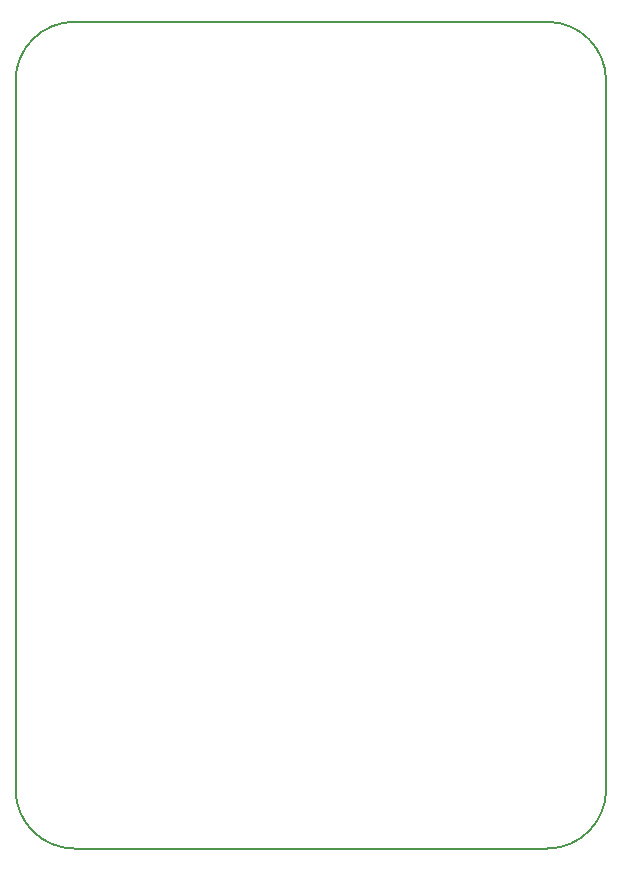
<source format=gko>
G04 Layer_Color=16720538*
%FSLAX25Y25*%
%MOIN*%
G70*
G01*
G75*
%ADD45C,0.00500*%
D45*
X177165Y177165D02*
G03*
X196850Y157480I19685J0D01*
G01*
X354331Y157480D02*
G03*
X374016Y177165I0J19685D01*
G01*
X374016Y413386D02*
G03*
X354331Y433071I-19685J0D01*
G01*
X196850Y433071D02*
G03*
X177165Y413386I0J-19685D01*
G01*
X196850Y157480D02*
X354331D01*
Y157480D01*
X374016Y177165D02*
Y374016D01*
X374016D01*
Y413386D01*
X354331Y433071D02*
X354331Y433071D01*
X196850Y433071D02*
X354331D01*
X177165Y374016D02*
Y413386D01*
X177165Y374016D02*
X177165Y374016D01*
X177165Y374016D02*
X177165Y177165D01*
M02*

</source>
